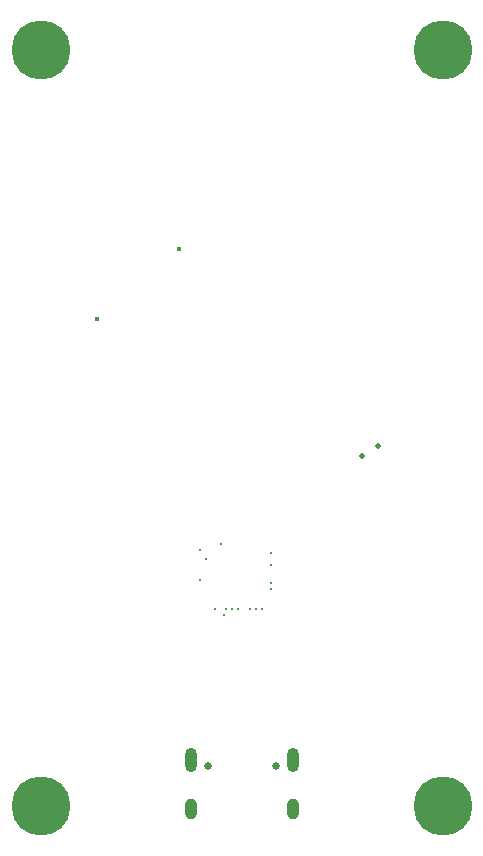
<source format=gbs>
G04 #@! TF.GenerationSoftware,KiCad,Pcbnew,9.0.3*
G04 #@! TF.CreationDate,2025-07-18T23:55:16-07:00*
G04 #@! TF.ProjectId,kikard,6b696b61-7264-42e6-9b69-6361645f7063,rev?*
G04 #@! TF.SameCoordinates,Original*
G04 #@! TF.FileFunction,Soldermask,Bot*
G04 #@! TF.FilePolarity,Negative*
%FSLAX46Y46*%
G04 Gerber Fmt 4.6, Leading zero omitted, Abs format (unit mm)*
G04 Created by KiCad (PCBNEW 9.0.3) date 2025-07-18 23:55:16*
%MOMM*%
%LPD*%
G01*
G04 APERTURE LIST*
%ADD10C,5.000000*%
%ADD11C,0.400000*%
%ADD12C,0.650000*%
%ADD13O,1.000000X2.100000*%
%ADD14O,1.000000X1.800000*%
%ADD15C,0.500000*%
%ADD16C,0.250000*%
G04 APERTURE END LIST*
D10*
X167000000Y-132000000D03*
D11*
X137700000Y-90800000D03*
X144700000Y-84800000D03*
D10*
X133000000Y-68000000D03*
D12*
X147110000Y-128615000D03*
X152890000Y-128615000D03*
D13*
X145680000Y-128115000D03*
X154320000Y-128115000D03*
D14*
X145680000Y-132265000D03*
X154320000Y-132265000D03*
D10*
X167000000Y-68000000D03*
X133000000Y-132000000D03*
D15*
X161500000Y-101500000D03*
X160200000Y-102400000D03*
D16*
X148200000Y-109850000D03*
X147700000Y-115350000D03*
X146950000Y-111100000D03*
X152450000Y-110600000D03*
X146450000Y-110350000D03*
X152450000Y-111600000D03*
X149700000Y-115350000D03*
X148450000Y-115850000D03*
X146450000Y-112850000D03*
X152450000Y-113600000D03*
X152450000Y-113100000D03*
X151700000Y-115350000D03*
X150700000Y-115350000D03*
X149200000Y-115350000D03*
X148700000Y-115350000D03*
X151200000Y-115350000D03*
M02*

</source>
